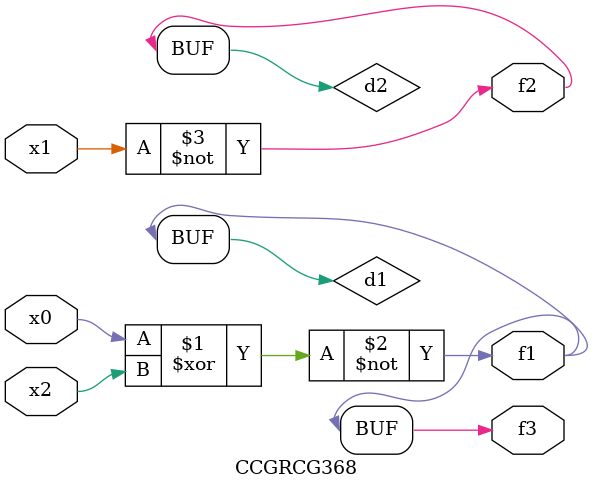
<source format=v>
module CCGRCG368(
	input x0, x1, x2,
	output f1, f2, f3
);

	wire d1, d2, d3;

	xnor (d1, x0, x2);
	nand (d2, x1);
	nor (d3, x1, x2);
	assign f1 = d1;
	assign f2 = d2;
	assign f3 = d1;
endmodule

</source>
